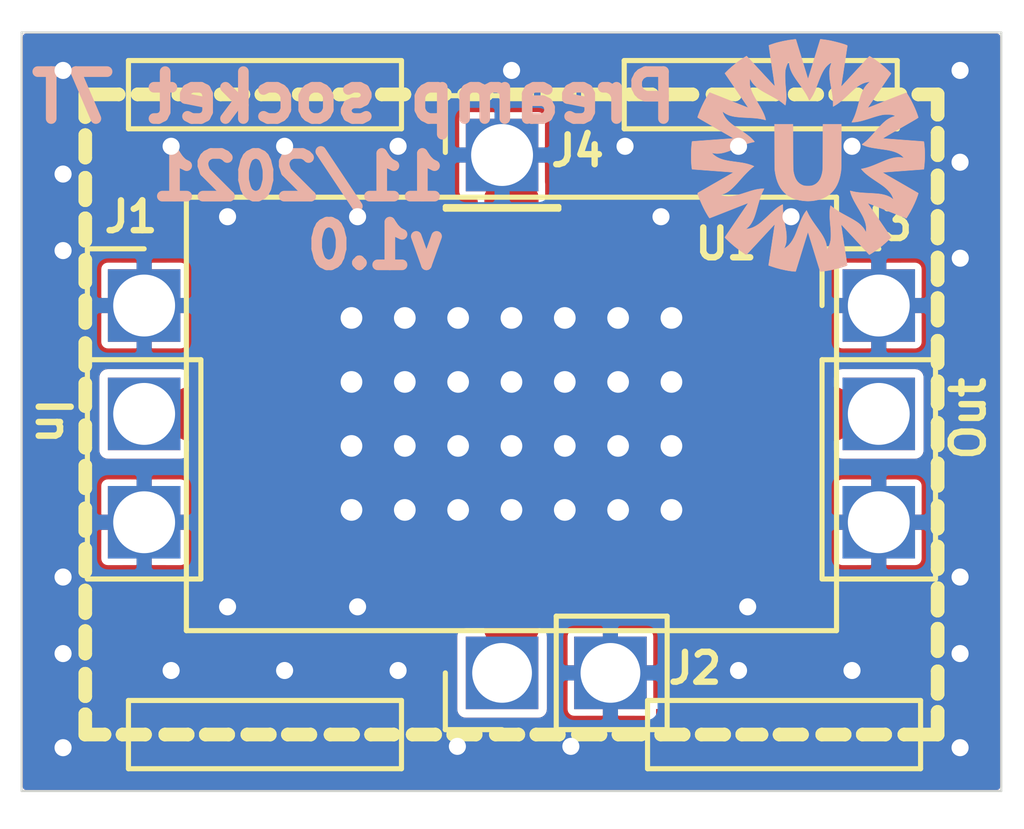
<source format=kicad_pcb>
(kicad_pcb (version 20171130) (host pcbnew "(5.1.12)-1")
  (title_block (date 2021-11-24) (rev v1.0))
  (layers (0 F.Cu signal) (31 B.Cu signal) (34 B.Paste user) (35 F.Paste user) (36 B.SilkS user) (37 F.SilkS user) (38 B.Mask user hide) (39 F.Mask user hide) (44 Edge.Cuts user))
  (net 0 "")
  (net 1 "Net-(J2-Pad1)")
  (net 2 GND)
  (net 3 "Net-(J1-Pad2)")
  (net 4 "Net-(J3-Pad2)")
  (module _Custom_footprints:Preamp_WMA7RA-R5 (layer F.Cu) (at 157.0228 99.1108)
    (fp_text reference U1 (at 5.0292 -3.9878) (layer F.SilkS) (effects (font (size 0.7 0.7))))
    (fp_text value Preamp)
    (fp_poly (pts (xy 0.3 -3) (xy -0.3 -3) (xy -0.3 -4.2) (xy 0.3 -4.2)) (layer F.Cu) (width 0.1))
    (pad 4 thru_hole custom (at 3.75 -2.25) (size 1 1) (drill 0.508) (layers *.Cu *.Mask) (net 2 GND) (options (clearance outline) (anchor circle)) (primitives (gr_poly (pts (xy 1.8 5.3) (xy -9.3 5.3) (xy -9.3 -0.8) (xy 1.8 -0.8)) (width 0.1))))
    (pad 2 smd roundrect (at 0 4.755) (size 1.27 1.27) (layers F.Cu F.Paste F.Mask) (net 1 "Net-(J2-Pad1)"))
    (pad 3 smd roundrect (at 7.255 0) (size 1.27 1.27) (layers F.Cu F.Paste F.Mask) (net 4 "Net-(J3-Pad2)"))
    (pad 1 smd roundrect (at -7.255 0) (size 1.27 1.27) (layers F.Cu F.Paste F.Mask) (net 3 "Net-(J1-Pad2)"))
    (pad 4 thru_hole circle (at -3.75 -2.25) (size 1 1) (drill 0.508) (layers *.Cu *.Mask) (net 2 GND))
    (pad 4 thru_hole circle (at -2.5 -2.25) (size 1 1) (drill 0.508) (layers *.Cu *.Mask) (net 2 GND))
    (pad 4 thru_hole circle (at -1.25 -2.25) (size 1 1) (drill 0.508) (layers *.Cu *.Mask) (net 2 GND))
    (pad 4 thru_hole circle (at 2.5 -2.25) (size 1 1) (drill 0.508) (layers *.Cu *.Mask) (net 2 GND))
    (pad 4 thru_hole circle (at 1.25 -2.25) (size 1 1) (drill 0.508) (layers *.Cu *.Mask) (net 2 GND))
    (pad 4 thru_hole circle (at 0 -2.25) (size 1 1) (drill 0.508) (layers *.Cu *.Mask) (net 2 GND))
    (pad 4 thru_hole circle (at -3.75 -0.75) (size 1 1) (drill 0.508) (layers *.Cu *.Mask) (net 2 GND))
    (pad 4 thru_hole circle (at -2.5 -0.75) (size 1 1) (drill 0.508) (layers *.Cu *.Mask) (net 2 GND))
    (pad 4 thru_hole circle (at -1.25 -0.75) (size 1 1) (drill 0.508) (layers *.Cu *.Mask) (net 2 GND))
    (pad 4 thru_hole circle (at 3.75 -0.75) (size 1 1) (drill 0.508) (layers *.Cu *.Mask) (net 2 GND))
    (pad 4 thru_hole circle (at 2.5 -0.75) (size 1 1) (drill 0.508) (layers *.Cu *.Mask) (net 2 GND))
    (pad 4 thru_hole circle (at 1.25 -0.75) (size 1 1) (drill 0.508) (layers *.Cu *.Mask) (net 2 GND))
    (pad 4 thru_hole circle (at 0 -0.75) (size 1 1) (drill 0.508) (layers *.Cu *.Mask) (net 2 GND))
    (pad 4 thru_hole circle (at -3.75 2.25) (size 1 1) (drill 0.508) (layers *.Cu *.Mask) (net 2 GND))
    (pad 4 thru_hole circle (at -2.5 2.25) (size 1 1) (drill 0.508) (layers *.Cu *.Mask) (net 2 GND))
    (pad 4 thru_hole circle (at -1.25 2.25) (size 1 1) (drill 0.508) (layers *.Cu *.Mask) (net 2 GND))
    (pad 4 thru_hole circle (at 3.75 2.25) (size 1 1) (drill 0.508) (layers *.Cu *.Mask) (net 2 GND))
    (pad 4 thru_hole circle (at 2.5 2.25) (size 1 1) (drill 0.508) (layers *.Cu *.Mask) (net 2 GND))
    (pad 4 thru_hole circle (at 1.25 2.25) (size 1 1) (drill 0.508) (layers *.Cu *.Mask) (net 2 GND))
    (pad 4 thru_hole circle (at 0 2.25) (size 1 1) (drill 0.508) (layers *.Cu *.Mask) (net 2 GND))
    (pad 4 thru_hole circle (at -3.75 0.75) (size 1 1) (drill 0.508) (layers *.Cu *.Mask) (net 2 GND))
    (pad 4 thru_hole circle (at -2.5 0.75) (size 1 1) (drill 0.508) (layers *.Cu *.Mask) (net 2 GND))
    (pad 4 thru_hole circle (at -1.25 0.75) (size 1 1) (drill 0.508) (layers *.Cu *.Mask) (net 2 GND))
    (pad 4 thru_hole circle (at 3.75 0.75) (size 1 1) (drill 0.508) (layers *.Cu *.Mask) (net 2 GND))
    (pad 4 thru_hole circle (at 2.5 0.75) (size 1 1) (drill 0.508) (layers *.Cu *.Mask) (net 2 GND))
    (pad 4 thru_hole circle (at 1.25 0.75) (size 1 1) (drill 0.508) (layers *.Cu *.Mask) (net 2 GND))
    (pad 4 thru_hole circle (at 0 0.75) (size 1 1) (drill 0.508) (layers *.Cu *.Mask) (net 2 GND))
    (pad 4 smd roundrect (at 0 -4.755) (size 1.27 1.27) (layers F.Cu F.Paste F.Mask) (net 2 GND))
  )
  (module _Custom:Shield_15mm_20mm (layer F.Cu) (at 157.0128 99.1258)
    (fp_text reference Sh1 hide)
    (fp_text value RF_Shield_One_Piece)
  )
  (module _Custom:Preci-dip_PinHeader_1x01_rect (layer F.Cu) (at 156.8028 92.9808)
    (fp_text reference J4 (at 1.77 -0.04) (layer F.SilkS) (effects (font (size 0.7 0.7))))
    (fp_text value GND)
    (pad 1 thru_hole rect (at 0 0.0608) (size 1.7 1.7) (drill 1.45) (layers *.Cu *.Mask) (net 2 GND))
  )
  (module _Custom:Preci-dip_PinHeader_1x03_rect (layer F.Cu) (at 165.6328 96.57)
    (fp_text reference J3 (at 0.1628 -1.8992) (layer F.SilkS) (effects (font (size 0.7 0.7))))
    (fp_text value Out)
    (pad 3 thru_hole rect (at 0 5.08) (size 1.7 1.7) (drill 1.45) (layers *.Cu *.Mask) (net 2 GND))
    (pad 2 thru_hole rect (at 0 2.54) (size 1.7 1.7) (drill 1.45) (layers *.Cu *.Mask) (net 4 "Net-(J3-Pad2)"))
    (pad 1 thru_hole rect (at 0 0) (size 1.7 1.7) (drill 1.45) (layers *.Cu *.Mask) (net 2 GND))
  )
  (module _Custom:Preci-dip_PinHeader_1x02_rect (layer F.Cu) (at 156.8028 105.1808 90)
    (fp_text reference J2 (at 0.11 4.52) (layer F.SilkS) (effects (font (size 0.7 0.7))))
    (fp_text value VCC)
    (pad 1 thru_hole rect (at 0 0 90) (size 1.7 1.7) (drill 1.4) (layers *.Cu *.Mask) (net 1 "Net-(J2-Pad1)"))
    (pad 2 thru_hole rect (at 0 2.54 90) (size 1.7 1.7) (drill 1.4) (layers *.Cu *.Mask) (net 2 GND))
  )
  (module _Custom:Preci-dip_PinHeader_1x03_rect (layer F.Cu) (at 148.4128 96.57)
    (fp_text reference J1 (at -0.31 -2.0828) (layer F.SilkS) (effects (font (size 0.7 0.7))))
    (fp_text value In)
    (pad 3 thru_hole rect (at 0 5.08) (size 1.7 1.7) (drill 1.45) (layers *.Cu *.Mask) (net 2 GND))
    (pad 2 thru_hole rect (at 0 2.54) (size 1.7 1.7) (drill 1.45) (layers *.Cu *.Mask) (net 3 "Net-(J1-Pad2)"))
    (pad 1 thru_hole rect (at 0 0) (size 1.7 1.7) (drill 1.45) (layers *.Cu *.Mask) (net 2 GND))
  )
  (module _Custom:S0971-46R-shield_clip (layer F.Cu) (at 162.866 91.627)
    (fp_text reference S6 hide)
    (fp_text value shield_clip)
    (pad 1 smd rect (at -2 0) (size 2 1.2) (layers F.Cu F.Paste F.Mask) (net 2 GND))
    (pad 1 smd rect (at 0 0) (size 1.4 1.2) (layers F.Cu F.Paste F.Mask) (net 2 GND))
    (pad 1 smd rect (at 2 0) (size 2 1.2) (layers F.Cu F.Paste F.Mask) (net 2 GND))
  )
  (module _Custom:S0971-46R-shield_clip (layer F.Cu) (at 151.245 91.627)
    (fp_text reference S2 hide)
    (fp_text value shield_clip)
    (pad 1 smd rect (at -2 0) (size 2 1.2) (layers F.Cu F.Paste F.Mask) (net 2 GND))
    (pad 1 smd rect (at 0 0) (size 1.4 1.2) (layers F.Cu F.Paste F.Mask) (net 2 GND))
    (pad 1 smd rect (at 2 0) (size 2 1.2) (layers F.Cu F.Paste F.Mask) (net 2 GND))
  )
  (module _Custom:S0971-46R-shield_clip (layer F.Cu) (at 163.4128 106.627 180)
    (fp_text reference S5 hide)
    (fp_text value shield_clip)
    (pad 1 smd rect (at -2 0 180) (size 2 1.2) (layers F.Cu F.Paste F.Mask) (net 2 GND))
    (pad 1 smd rect (at 0 0 180) (size 1.4 1.2) (layers F.Cu F.Paste F.Mask) (net 2 GND))
    (pad 1 smd rect (at 2 0 180) (size 2 1.2) (layers F.Cu F.Paste F.Mask) (net 2 GND))
  )
  (module _Custom:S0971-46R-shield_clip (layer F.Cu) (at 151.245 106.627 180)
    (fp_text reference S4 hide)
    (fp_text value shield_clip)
    (pad 1 smd rect (at -2 0 180) (size 2 1.2) (layers F.Cu F.Paste F.Mask) (net 2 GND))
    (pad 1 smd rect (at 0 0 180) (size 1.4 1.2) (layers F.Cu F.Paste F.Mask) (net 2 GND))
    (pad 1 smd rect (at 2 0 180) (size 2 1.2) (layers F.Cu F.Paste F.Mask) (net 2 GND))
  )
  (module _Custom_footprints:UMC_logo_small (layer B.Cu) (at 163.9728 93.0508 180)
    (fp_text reference G1 hide)
    (fp_text value LOGO hide)
  )
  (gr_text Out (at 167.7308 99.2208 90) (layer F.SilkS) (effects (font (size 0.75 0.75))))
  (gr_text In (at 146.2808 99.2808 270) (layer F.SilkS) (effects (font (size 0.75 0.75))))
  (gr_text "11/2021\nv1.0" (at 155.575 94.361) (layer B.SilkS) (effects (font (size 1 1) (thickness 0.25)) (justify left mirror)))
  (gr_text "Preamp socket 7T" (at 161.0128 91.6908) (layer B.SilkS) (effects (font (size 1.1 1.1) (thickness 0.25)) (justify left mirror)))
  (gr_line (start 145.542 90.17) (end 168.5036 90.17) (layer Edge.Cuts) (width 0.05))
  (gr_line (start 145.542 107.95) (end 145.542 90.17) (layer Edge.Cuts) (width 0.05))
  (gr_line (start 168.5036 107.95) (end 145.542 107.95) (layer Edge.Cuts) (width 0.05))
  (gr_line (start 168.5036 90.17) (end 168.5036 107.95) (layer Edge.Cuts) (width 0.05))
  (segment (start 157.0228 104.75) (end 157.0228 103.8658) (width 0.25) (layer F.Cu) (net 1))
  (via (at 167.5384 91.059) (size 0.8) (drill 0.4) (layers F.Cu B.Cu) (net 2))
  (segment (start 157.0228 94.3558) (end 157.0228 96.8608) (width 0.25) (layer F.Cu) (net 2))
  (via (at 165.0054 92.837) (size 0.8) (drill 0.4) (layers F.Cu B.Cu) (net 2))
  (via (at 159.6854 92.837) (size 0.8) (drill 0.4) (layers F.Cu B.Cu) (net 2))
  (via (at 157.0254 91.059) (size 0.8) (drill 0.4) (layers F.Cu B.Cu) (net 2))
  (via (at 154.3654 92.837) (size 0.8) (drill 0.4) (layers F.Cu B.Cu) (net 2))
  (via (at 149.0454 92.837) (size 0.8) (drill 0.4) (layers F.Cu B.Cu) (net 2))
  (via (at 146.5124 91.059) (size 0.8) (drill 0.4) (layers F.Cu B.Cu) (net 2))
  (via (at 167.5384 93.2108) (size 0.8) (drill 0.4) (layers F.Cu B.Cu) (net 2))
  (via (at 167.5428 95.4608) (size 0.8) (drill 0.4) (layers F.Cu B.Cu) (net 2))
  (via (at 167.5384 102.934) (size 0.8) (drill 0.4) (layers F.Cu B.Cu) (net 2))
  (via (at 167.5384 104.728) (size 0.8) (drill 0.4) (layers F.Cu B.Cu) (net 2))
  (via (at 167.5384 106.934) (size 0.8) (drill 0.4) (layers F.Cu B.Cu) (net 2))
  (via (at 146.5124 93.488) (size 0.8) (drill 0.4) (layers F.Cu B.Cu) (net 2))
  (via (at 146.5124 95.282) (size 0.8) (drill 0.4) (layers F.Cu B.Cu) (net 2))
  (via (at 146.5124 102.934) (size 0.8) (drill 0.4) (layers F.Cu B.Cu) (net 2))
  (via (at 146.5124 104.728) (size 0.8) (drill 0.4) (layers F.Cu B.Cu) (net 2))
  (via (at 165.0054 105.125) (size 0.8) (drill 0.4) (layers F.Cu B.Cu) (net 2))
  (via (at 162.3454 105.125) (size 0.8) (drill 0.4) (layers F.Cu B.Cu) (net 2))
  (via (at 158.4154 106.903) (size 0.8) (drill 0.4) (layers F.Cu B.Cu) (net 2))
  (via (at 155.7554 106.903) (size 0.8) (drill 0.4) (layers F.Cu B.Cu) (net 2))
  (via (at 154.3654 105.125) (size 0.8) (drill 0.4) (layers F.Cu B.Cu) (net 2))
  (via (at 151.7054 105.125) (size 0.8) (drill 0.4) (layers F.Cu B.Cu) (net 2))
  (via (at 149.0454 105.125) (size 0.8) (drill 0.4) (layers F.Cu B.Cu) (net 2))
  (via (at 146.5124 106.934) (size 0.8) (drill 0.4) (layers F.Cu B.Cu) (net 2))
  (via (at 150.368 94.488) (size 0.8) (drill 0.4) (layers F.Cu B.Cu) (net 2))
  (via (at 153.416 94.488) (size 0.8) (drill 0.4) (layers F.Cu B.Cu) (net 2))
  (via (at 160.528 94.488) (size 0.8) (drill 0.4) (layers F.Cu B.Cu) (net 2))
  (via (at 163.576 94.488) (size 0.8) (drill 0.4) (layers F.Cu B.Cu) (net 2))
  (via (at 153.416 103.632) (size 0.8) (drill 0.4) (layers F.Cu B.Cu) (net 2))
  (via (at 150.368 103.632) (size 0.8) (drill 0.4) (layers F.Cu B.Cu) (net 2))
  (via (at 162.56 103.632) (size 0.8) (drill 0.4) (layers F.Cu B.Cu) (net 2))
  (via (at 162.3454 92.837) (size 0.8) (drill 0.4) (layers F.Cu B.Cu) (net 2))
  (via (at 151.7054 92.837) (size 0.8) (drill 0.4) (layers F.Cu B.Cu) (net 2))
  (segment (start 148.9 99.1108) (end 149.7678 99.1108) (width 0.25) (layer F.Cu) (net 3))
  (segment (start 165.1492 99.1108) (end 165.15 99.11) (width 0.25) (layer F.Cu) (net 4))
  (segment (start 164.2778 99.1108) (end 165.1492 99.1108) (width 0.25) (layer F.Cu) (net 4))
  (zone (net 2) (net_name GND) (layer F.Cu) (connect_pads (clearance 0)) (min_thickness 0.154) (fill yes (arc_segments 32) (thermal_gap 0.154) (thermal_bridge_width 0.355))
    (polygon (pts (xy 169.037 108.839) (xy 145.034 108.839) (xy 145.034 89.408) (xy 169.037 89.408)))
  )
  (zone (net 2) (net_name GND) (layer B.Cu) (connect_pads (clearance 0)) (min_thickness 0.154) (fill yes (arc_segments 32) (thermal_gap 0.254) (thermal_bridge_width 0.355))
    (polygon (pts (xy 169.037 108.839) (xy 145.034 108.839) (xy 145.034 89.408) (xy 169.037 89.408)))
  )
)
</source>
